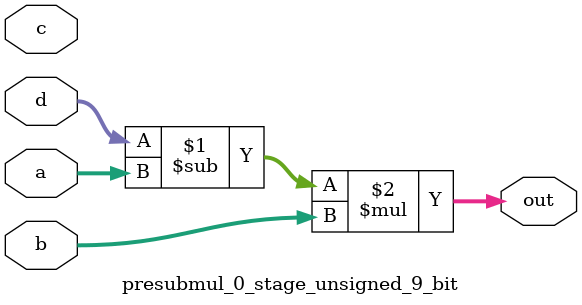
<source format=sv>
(* use_dsp = "yes" *) module presubmul_0_stage_unsigned_9_bit(
	input  [8:0] a,
	input  [8:0] b,
	input  [8:0] c,
	input  [8:0] d,
	output [8:0] out
	);

	assign out = (d - a) * b;
endmodule

</source>
